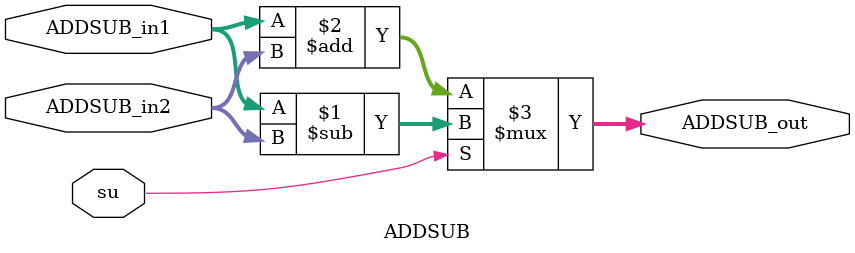
<source format=v>
module ADDSUB(	// file.cleaned.mlir:2:3
  input  [7:0] ADDSUB_in1,	// file.cleaned.mlir:2:24
               ADDSUB_in2,	// file.cleaned.mlir:2:45
  input        su,	// file.cleaned.mlir:2:66
  output [7:0] ADDSUB_out	// file.cleaned.mlir:2:80
);

  assign ADDSUB_out = su ? ADDSUB_in1 - ADDSUB_in2 : ADDSUB_in1 + ADDSUB_in2;	// file.cleaned.mlir:3:10, :4:10, :5:10, :6:5
endmodule


</source>
